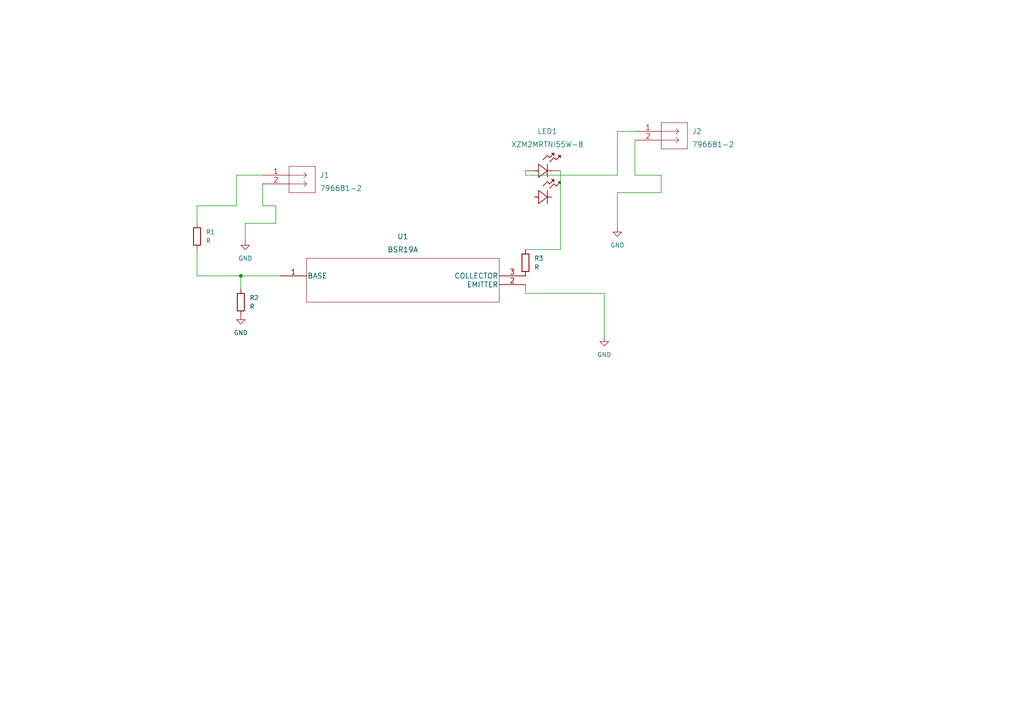
<source format=kicad_sch>
(kicad_sch (version 20211123) (generator eeschema)

  (uuid ed71a276-64bd-40f9-9e3a-722ad61e5ee7)

  (paper "A4")

  (lib_symbols
    (symbol "Device:R" (pin_numbers hide) (pin_names (offset 0)) (in_bom yes) (on_board yes)
      (property "Reference" "R" (id 0) (at 2.032 0 90)
        (effects (font (size 1.27 1.27)))
      )
      (property "Value" "R" (id 1) (at 0 0 90)
        (effects (font (size 1.27 1.27)))
      )
      (property "Footprint" "" (id 2) (at -1.778 0 90)
        (effects (font (size 1.27 1.27)) hide)
      )
      (property "Datasheet" "~" (id 3) (at 0 0 0)
        (effects (font (size 1.27 1.27)) hide)
      )
      (property "ki_keywords" "R res resistor" (id 4) (at 0 0 0)
        (effects (font (size 1.27 1.27)) hide)
      )
      (property "ki_description" "Resistor" (id 5) (at 0 0 0)
        (effects (font (size 1.27 1.27)) hide)
      )
      (property "ki_fp_filters" "R_*" (id 6) (at 0 0 0)
        (effects (font (size 1.27 1.27)) hide)
      )
      (symbol "R_0_1"
        (rectangle (start -1.016 -2.54) (end 1.016 2.54)
          (stroke (width 0.254) (type default) (color 0 0 0 0))
          (fill (type none))
        )
      )
      (symbol "R_1_1"
        (pin passive line (at 0 3.81 270) (length 1.27)
          (name "~" (effects (font (size 1.27 1.27))))
          (number "1" (effects (font (size 1.27 1.27))))
        )
        (pin passive line (at 0 -3.81 90) (length 1.27)
          (name "~" (effects (font (size 1.27 1.27))))
          (number "2" (effects (font (size 1.27 1.27))))
        )
      )
    )
    (symbol "OFA LED:XZM2MRTNI55W-8" (pin_numbers hide) (pin_names hide) (in_bom yes) (on_board yes)
      (property "Reference" "LED" (id 0) (at 5.08 -13.589 0)
        (effects (font (size 1.524 1.524)))
      )
      (property "Value" "XZM2MRTNI55W-8" (id 1) (at 5.08 -7.62 0)
        (effects (font (size 1.524 1.524)))
      )
      (property "Footprint" "LED_XZM2MRTNI55W-8_SLD" (id 2) (at 5.08 -9.144 0)
        (effects (font (size 1.524 1.524)) hide)
      )
      (property "Datasheet" "" (id 3) (at 0 0 0)
        (effects (font (size 1.524 1.524)))
      )
      (property "ki_locked" "" (id 4) (at 0 0 0)
        (effects (font (size 1.27 1.27)))
      )
      (property "ki_fp_filters" "LED_XZM2MRTNI55W-8_SLD LED_XZM2MRTNI55W-8_SLD-M LED_XZM2MRTNI55W-8_SLD-L" (id 5) (at 0 0 0)
        (effects (font (size 1.27 1.27)) hide)
      )
      (symbol "XZM2MRTNI55W-8_1_1"
        (polyline
          (pts
            (xy 2.54 -7.62)
            (xy 3.4798 -7.62)
          )
          (stroke (width 0.2032) (type default) (color 0 0 0 0))
          (fill (type none))
        )
        (polyline
          (pts
            (xy 2.54 0)
            (xy 3.4798 0)
          )
          (stroke (width 0.2032) (type default) (color 0 0 0 0))
          (fill (type none))
        )
        (polyline
          (pts
            (xy 3.175 -7.62)
            (xy 3.81 -7.62)
          )
          (stroke (width 0.2032) (type default) (color 0 0 0 0))
          (fill (type none))
        )
        (polyline
          (pts
            (xy 3.175 0)
            (xy 3.81 0)
          )
          (stroke (width 0.2032) (type default) (color 0 0 0 0))
          (fill (type none))
        )
        (polyline
          (pts
            (xy 3.81 -9.525)
            (xy 6.35 -7.62)
          )
          (stroke (width 0.2032) (type default) (color 0 0 0 0))
          (fill (type none))
        )
        (polyline
          (pts
            (xy 3.81 -5.715)
            (xy 3.81 -9.525)
          )
          (stroke (width 0.2032) (type default) (color 0 0 0 0))
          (fill (type none))
        )
        (polyline
          (pts
            (xy 3.81 -1.905)
            (xy 6.35 0)
          )
          (stroke (width 0.2032) (type default) (color 0 0 0 0))
          (fill (type none))
        )
        (polyline
          (pts
            (xy 3.81 1.905)
            (xy 3.81 -1.905)
          )
          (stroke (width 0.2032) (type default) (color 0 0 0 0))
          (fill (type none))
        )
        (polyline
          (pts
            (xy 5.08 -4.445)
            (xy 6.35 -3.175)
          )
          (stroke (width 0.2032) (type default) (color 0 0 0 0))
          (fill (type none))
        )
        (polyline
          (pts
            (xy 5.08 3.175)
            (xy 6.35 4.445)
          )
          (stroke (width 0.2032) (type default) (color 0 0 0 0))
          (fill (type none))
        )
        (polyline
          (pts
            (xy 6.35 -9.525)
            (xy 6.35 -5.715)
          )
          (stroke (width 0.2032) (type default) (color 0 0 0 0))
          (fill (type none))
        )
        (polyline
          (pts
            (xy 6.35 -7.62)
            (xy 3.81 -5.715)
          )
          (stroke (width 0.2032) (type default) (color 0 0 0 0))
          (fill (type none))
        )
        (polyline
          (pts
            (xy 6.35 -7.62)
            (xy 7.62 -7.62)
          )
          (stroke (width 0.2032) (type default) (color 0 0 0 0))
          (fill (type none))
        )
        (polyline
          (pts
            (xy 6.35 -3.175)
            (xy 6.985 -3.81)
          )
          (stroke (width 0.2032) (type default) (color 0 0 0 0))
          (fill (type none))
        )
        (polyline
          (pts
            (xy 6.35 -1.905)
            (xy 6.35 1.905)
          )
          (stroke (width 0.2032) (type default) (color 0 0 0 0))
          (fill (type none))
        )
        (polyline
          (pts
            (xy 6.35 0)
            (xy 3.81 1.905)
          )
          (stroke (width 0.2032) (type default) (color 0 0 0 0))
          (fill (type none))
        )
        (polyline
          (pts
            (xy 6.35 0)
            (xy 7.62 0)
          )
          (stroke (width 0.2032) (type default) (color 0 0 0 0))
          (fill (type none))
        )
        (polyline
          (pts
            (xy 6.35 4.445)
            (xy 6.985 3.81)
          )
          (stroke (width 0.2032) (type default) (color 0 0 0 0))
          (fill (type none))
        )
        (polyline
          (pts
            (xy 6.985 -5.08)
            (xy 8.255 -3.81)
          )
          (stroke (width 0.2032) (type default) (color 0 0 0 0))
          (fill (type none))
        )
        (polyline
          (pts
            (xy 6.985 -3.81)
            (xy 8.255 -2.54)
          )
          (stroke (width 0.2032) (type default) (color 0 0 0 0))
          (fill (type none))
        )
        (polyline
          (pts
            (xy 6.985 2.54)
            (xy 8.255 3.81)
          )
          (stroke (width 0.2032) (type default) (color 0 0 0 0))
          (fill (type none))
        )
        (polyline
          (pts
            (xy 6.985 3.81)
            (xy 8.255 5.08)
          )
          (stroke (width 0.2032) (type default) (color 0 0 0 0))
          (fill (type none))
        )
        (polyline
          (pts
            (xy 7.62 -2.54)
            (xy 8.255 -3.175)
          )
          (stroke (width 0.2032) (type default) (color 0 0 0 0))
          (fill (type none))
        )
        (polyline
          (pts
            (xy 7.62 5.08)
            (xy 8.255 4.445)
          )
          (stroke (width 0.2032) (type default) (color 0 0 0 0))
          (fill (type none))
        )
        (polyline
          (pts
            (xy 8.255 -3.81)
            (xy 8.89 -4.445)
          )
          (stroke (width 0.2032) (type default) (color 0 0 0 0))
          (fill (type none))
        )
        (polyline
          (pts
            (xy 8.255 -3.175)
            (xy 8.255 -2.54)
          )
          (stroke (width 0.2032) (type default) (color 0 0 0 0))
          (fill (type none))
        )
        (polyline
          (pts
            (xy 8.255 -2.54)
            (xy 7.62 -2.54)
          )
          (stroke (width 0.2032) (type default) (color 0 0 0 0))
          (fill (type none))
        )
        (polyline
          (pts
            (xy 8.255 3.81)
            (xy 8.89 3.175)
          )
          (stroke (width 0.2032) (type default) (color 0 0 0 0))
          (fill (type none))
        )
        (polyline
          (pts
            (xy 8.255 4.445)
            (xy 8.255 5.08)
          )
          (stroke (width 0.2032) (type default) (color 0 0 0 0))
          (fill (type none))
        )
        (polyline
          (pts
            (xy 8.255 5.08)
            (xy 7.62 5.08)
          )
          (stroke (width 0.2032) (type default) (color 0 0 0 0))
          (fill (type none))
        )
        (polyline
          (pts
            (xy 8.89 -4.445)
            (xy 10.16 -3.175)
          )
          (stroke (width 0.2032) (type default) (color 0 0 0 0))
          (fill (type none))
        )
        (polyline
          (pts
            (xy 8.89 3.175)
            (xy 10.16 4.445)
          )
          (stroke (width 0.2032) (type default) (color 0 0 0 0))
          (fill (type none))
        )
        (polyline
          (pts
            (xy 9.525 -3.175)
            (xy 10.16 -3.81)
          )
          (stroke (width 0.2032) (type default) (color 0 0 0 0))
          (fill (type none))
        )
        (polyline
          (pts
            (xy 9.525 4.445)
            (xy 10.16 3.81)
          )
          (stroke (width 0.2032) (type default) (color 0 0 0 0))
          (fill (type none))
        )
        (polyline
          (pts
            (xy 10.16 -3.81)
            (xy 10.16 -3.175)
          )
          (stroke (width 0.2032) (type default) (color 0 0 0 0))
          (fill (type none))
        )
        (polyline
          (pts
            (xy 10.16 -3.175)
            (xy 9.525 -3.175)
          )
          (stroke (width 0.2032) (type default) (color 0 0 0 0))
          (fill (type none))
        )
        (polyline
          (pts
            (xy 10.16 3.81)
            (xy 10.16 4.445)
          )
          (stroke (width 0.2032) (type default) (color 0 0 0 0))
          (fill (type none))
        )
        (polyline
          (pts
            (xy 10.16 4.445)
            (xy 9.525 4.445)
          )
          (stroke (width 0.2032) (type default) (color 0 0 0 0))
          (fill (type none))
        )
        (pin unspecified line (at 10.16 0 180) (length 2.54)
          (name "1" (effects (font (size 1.4986 1.4986))))
          (number "1" (effects (font (size 1.4986 1.4986))))
        )
        (pin unspecified line (at 0 0 0) (length 2.54)
          (name "2" (effects (font (size 1.4986 1.4986))))
          (number "2" (effects (font (size 1.4986 1.4986))))
        )
      )
    )
    (symbol "OFATransistor:BSR19A" (pin_names (offset 0.254)) (in_bom yes) (on_board yes)
      (property "Reference" "U" (id 0) (at 35.56 10.16 0)
        (effects (font (size 1.524 1.524)))
      )
      (property "Value" "BSR19A" (id 1) (at 35.56 7.62 0)
        (effects (font (size 1.524 1.524)))
      )
      (property "Footprint" "SOT23_NXP" (id 2) (at 35.56 6.096 0)
        (effects (font (size 1.524 1.524)) hide)
      )
      (property "Datasheet" "" (id 3) (at 0 0 0)
        (effects (font (size 1.524 1.524)))
      )
      (property "ki_locked" "" (id 4) (at 0 0 0)
        (effects (font (size 1.27 1.27)))
      )
      (property "ki_fp_filters" "SOT23_NXP SOT23_NXP-M SOT23_NXP-L" (id 5) (at 0 0 0)
        (effects (font (size 1.27 1.27)) hide)
      )
      (symbol "BSR19A_1_1"
        (polyline
          (pts
            (xy 7.62 -7.62)
            (xy 63.5 -7.62)
          )
          (stroke (width 0.127) (type default) (color 0 0 0 0))
          (fill (type none))
        )
        (polyline
          (pts
            (xy 7.62 5.08)
            (xy 7.62 -7.62)
          )
          (stroke (width 0.127) (type default) (color 0 0 0 0))
          (fill (type none))
        )
        (polyline
          (pts
            (xy 63.5 -7.62)
            (xy 63.5 5.08)
          )
          (stroke (width 0.127) (type default) (color 0 0 0 0))
          (fill (type none))
        )
        (polyline
          (pts
            (xy 63.5 5.08)
            (xy 7.62 5.08)
          )
          (stroke (width 0.127) (type default) (color 0 0 0 0))
          (fill (type none))
        )
        (pin unspecified line (at 0 0 0) (length 7.62)
          (name "BASE" (effects (font (size 1.4986 1.4986))))
          (number "1" (effects (font (size 1.4986 1.4986))))
        )
        (pin unspecified line (at 71.12 -2.54 180) (length 7.62)
          (name "EMITTER" (effects (font (size 1.4986 1.4986))))
          (number "2" (effects (font (size 1.4986 1.4986))))
        )
        (pin unspecified line (at 71.12 0 180) (length 7.62)
          (name "COLLECTOR" (effects (font (size 1.4986 1.4986))))
          (number "3" (effects (font (size 1.4986 1.4986))))
        )
      )
    )
    (symbol "Terminal Block:796681-2" (pin_names (offset 0.254) hide) (in_bom yes) (on_board yes)
      (property "Reference" "J" (id 0) (at 10.16 5.08 0)
        (effects (font (size 1.524 1.524)))
      )
      (property "Value" "796681-2" (id 1) (at 0 0 0)
        (effects (font (size 1.524 1.524)))
      )
      (property "Footprint" "CONN2_796681-2_TEC" (id 2) (at 0 0 0)
        (effects (font (size 1.524 1.524)) hide)
      )
      (property "Datasheet" "" (id 3) (at 0 0 0)
        (effects (font (size 1.524 1.524)))
      )
      (property "ki_locked" "" (id 4) (at 0 0 0)
        (effects (font (size 1.27 1.27)))
      )
      (property "ki_fp_filters" "CONN2_796681-2_TEC" (id 5) (at 0 0 0)
        (effects (font (size 1.27 1.27)) hide)
      )
      (symbol "796681-2_1_1"
        (polyline
          (pts
            (xy 7.62 -5.08)
            (xy 15.24 -5.08)
          )
          (stroke (width 0.127) (type default) (color 0 0 0 0))
          (fill (type none))
        )
        (polyline
          (pts
            (xy 7.62 -2.54)
            (xy 12.7 -2.54)
          )
          (stroke (width 0.127) (type default) (color 0 0 0 0))
          (fill (type none))
        )
        (polyline
          (pts
            (xy 7.62 0)
            (xy 12.7 0)
          )
          (stroke (width 0.127) (type default) (color 0 0 0 0))
          (fill (type none))
        )
        (polyline
          (pts
            (xy 7.62 2.54)
            (xy 7.62 -5.08)
          )
          (stroke (width 0.127) (type default) (color 0 0 0 0))
          (fill (type none))
        )
        (polyline
          (pts
            (xy 12.7 -2.54)
            (xy 11.938 -3.302)
          )
          (stroke (width 0.127) (type default) (color 0 0 0 0))
          (fill (type none))
        )
        (polyline
          (pts
            (xy 12.7 -2.54)
            (xy 11.938 -1.778)
          )
          (stroke (width 0.127) (type default) (color 0 0 0 0))
          (fill (type none))
        )
        (polyline
          (pts
            (xy 12.7 0)
            (xy 11.938 -0.762)
          )
          (stroke (width 0.127) (type default) (color 0 0 0 0))
          (fill (type none))
        )
        (polyline
          (pts
            (xy 12.7 0)
            (xy 11.938 0.762)
          )
          (stroke (width 0.127) (type default) (color 0 0 0 0))
          (fill (type none))
        )
        (polyline
          (pts
            (xy 15.24 -5.08)
            (xy 15.24 2.54)
          )
          (stroke (width 0.127) (type default) (color 0 0 0 0))
          (fill (type none))
        )
        (polyline
          (pts
            (xy 15.24 2.54)
            (xy 7.62 2.54)
          )
          (stroke (width 0.127) (type default) (color 0 0 0 0))
          (fill (type none))
        )
        (pin unspecified line (at 0 0 0) (length 7.62)
          (name "1" (effects (font (size 1.4986 1.4986))))
          (number "1" (effects (font (size 1.4986 1.4986))))
        )
        (pin unspecified line (at 0 -2.54 0) (length 7.62)
          (name "2" (effects (font (size 1.4986 1.4986))))
          (number "2" (effects (font (size 1.4986 1.4986))))
        )
      )
    )
    (symbol "power:GND" (power) (pin_names (offset 0)) (in_bom yes) (on_board yes)
      (property "Reference" "#PWR" (id 0) (at 0 -6.35 0)
        (effects (font (size 1.27 1.27)) hide)
      )
      (property "Value" "GND" (id 1) (at 0 -3.81 0)
        (effects (font (size 1.27 1.27)))
      )
      (property "Footprint" "" (id 2) (at 0 0 0)
        (effects (font (size 1.27 1.27)) hide)
      )
      (property "Datasheet" "" (id 3) (at 0 0 0)
        (effects (font (size 1.27 1.27)) hide)
      )
      (property "ki_keywords" "power-flag" (id 4) (at 0 0 0)
        (effects (font (size 1.27 1.27)) hide)
      )
      (property "ki_description" "Power symbol creates a global label with name \"GND\" , ground" (id 5) (at 0 0 0)
        (effects (font (size 1.27 1.27)) hide)
      )
      (symbol "GND_0_1"
        (polyline
          (pts
            (xy 0 0)
            (xy 0 -1.27)
            (xy 1.27 -1.27)
            (xy 0 -2.54)
            (xy -1.27 -1.27)
            (xy 0 -1.27)
          )
          (stroke (width 0) (type default) (color 0 0 0 0))
          (fill (type none))
        )
      )
      (symbol "GND_1_1"
        (pin power_in line (at 0 0 270) (length 0) hide
          (name "GND" (effects (font (size 1.27 1.27))))
          (number "1" (effects (font (size 1.27 1.27))))
        )
      )
    )
  )

  (junction (at 69.85 80.01) (diameter 0) (color 0 0 0 0)
    (uuid 95570ea1-ef3c-4dec-b64a-976de11271bf)
  )

  (wire (pts (xy 71.12 64.77) (xy 71.12 69.85))
    (stroke (width 0) (type default) (color 0 0 0 0))
    (uuid 05162860-8c76-4681-b9ca-6098b6b415e5)
  )
  (wire (pts (xy 179.07 38.1) (xy 184.15 38.1))
    (stroke (width 0) (type default) (color 0 0 0 0))
    (uuid 0a1a739a-9141-444e-b557-6846d7036e83)
  )
  (wire (pts (xy 184.15 50.8) (xy 184.15 40.64))
    (stroke (width 0) (type default) (color 0 0 0 0))
    (uuid 0bc00300-b9c4-4dc9-ab22-da07416f17e3)
  )
  (wire (pts (xy 179.07 50.8) (xy 179.07 38.1))
    (stroke (width 0) (type default) (color 0 0 0 0))
    (uuid 26c72310-10df-47ce-a330-8b1b25f1fedc)
  )
  (wire (pts (xy 57.15 72.39) (xy 57.15 80.01))
    (stroke (width 0) (type default) (color 0 0 0 0))
    (uuid 3e383d68-3ce9-474c-84bb-ae5f7faa0885)
  )
  (wire (pts (xy 68.58 59.69) (xy 68.58 50.8))
    (stroke (width 0) (type default) (color 0 0 0 0))
    (uuid 3feb5c94-32a6-4ab4-bee0-e8ff5548ba54)
  )
  (wire (pts (xy 152.4 85.09) (xy 152.4 82.55))
    (stroke (width 0) (type default) (color 0 0 0 0))
    (uuid 564a9223-e2e0-490e-bddd-b6630e4573aa)
  )
  (wire (pts (xy 175.26 85.09) (xy 175.26 97.79))
    (stroke (width 0) (type default) (color 0 0 0 0))
    (uuid 6c13ac3f-b3b4-482a-9f7b-2f73d044c447)
  )
  (wire (pts (xy 191.77 50.8) (xy 191.77 55.88))
    (stroke (width 0) (type default) (color 0 0 0 0))
    (uuid 6c2f7931-fbbe-4c4f-b74f-91a916bf6271)
  )
  (wire (pts (xy 57.15 59.69) (xy 57.15 64.77))
    (stroke (width 0) (type default) (color 0 0 0 0))
    (uuid 75d2e0d4-88a0-4b9e-b011-8ba5cbb62bc0)
  )
  (wire (pts (xy 152.4 50.8) (xy 179.07 50.8))
    (stroke (width 0) (type default) (color 0 0 0 0))
    (uuid 7a8dcc96-3e90-405b-a813-d1d35fa7aad7)
  )
  (wire (pts (xy 191.77 55.88) (xy 179.07 55.88))
    (stroke (width 0) (type default) (color 0 0 0 0))
    (uuid 7d49ecc8-cc5b-499b-9232-cfe2eed8de40)
  )
  (wire (pts (xy 57.15 80.01) (xy 69.85 80.01))
    (stroke (width 0) (type default) (color 0 0 0 0))
    (uuid 88f4a653-3676-4965-8bf1-9a47cd427dfc)
  )
  (wire (pts (xy 76.2 59.69) (xy 76.2 53.34))
    (stroke (width 0) (type default) (color 0 0 0 0))
    (uuid 964ba95e-277a-4bd9-90a7-21b85ed33592)
  )
  (wire (pts (xy 175.26 85.09) (xy 152.4 85.09))
    (stroke (width 0) (type default) (color 0 0 0 0))
    (uuid 9709f84b-9f19-406e-91f1-30324609387c)
  )
  (wire (pts (xy 57.15 59.69) (xy 68.58 59.69))
    (stroke (width 0) (type default) (color 0 0 0 0))
    (uuid 9b818003-c17b-4571-97e3-81f0fa9b62ba)
  )
  (wire (pts (xy 80.01 59.69) (xy 76.2 59.69))
    (stroke (width 0) (type default) (color 0 0 0 0))
    (uuid a1d8887a-7f52-4a79-aaad-e03fb657ba5b)
  )
  (wire (pts (xy 69.85 80.01) (xy 81.28 80.01))
    (stroke (width 0) (type default) (color 0 0 0 0))
    (uuid ce4ac657-0d3d-4516-8eb3-381100a027fd)
  )
  (wire (pts (xy 69.85 80.01) (xy 69.85 83.82))
    (stroke (width 0) (type default) (color 0 0 0 0))
    (uuid d18e0bbc-a101-4582-af33-ffaae8cc4e9c)
  )
  (wire (pts (xy 191.77 50.8) (xy 184.15 50.8))
    (stroke (width 0) (type default) (color 0 0 0 0))
    (uuid deb47b39-7d26-4641-9d94-59100ad2573d)
  )
  (wire (pts (xy 152.4 50.8) (xy 152.4 49.53))
    (stroke (width 0) (type default) (color 0 0 0 0))
    (uuid e7c6a78f-1a36-4dd9-ae67-f1ca5be8fb18)
  )
  (wire (pts (xy 162.56 49.53) (xy 162.56 72.39))
    (stroke (width 0) (type default) (color 0 0 0 0))
    (uuid ec5fdb12-4c30-4b5c-afb2-d0ad4ef55d0b)
  )
  (wire (pts (xy 162.56 72.39) (xy 152.4 72.39))
    (stroke (width 0) (type default) (color 0 0 0 0))
    (uuid ecd830f8-404c-44ff-a235-0ed18d7066f4)
  )
  (wire (pts (xy 71.12 64.77) (xy 80.01 64.77))
    (stroke (width 0) (type default) (color 0 0 0 0))
    (uuid f400a374-825a-4bcd-8fdf-1c716f0818f8)
  )
  (wire (pts (xy 80.01 64.77) (xy 80.01 59.69))
    (stroke (width 0) (type default) (color 0 0 0 0))
    (uuid f410a82d-edff-4ac8-9c04-dc4c82427f0c)
  )
  (wire (pts (xy 68.58 50.8) (xy 76.2 50.8))
    (stroke (width 0) (type default) (color 0 0 0 0))
    (uuid fcae7b85-674a-40eb-bacb-6370942c262a)
  )
  (wire (pts (xy 179.07 55.88) (xy 179.07 66.04))
    (stroke (width 0) (type default) (color 0 0 0 0))
    (uuid fe5194ad-fbc8-4011-bc5e-767edf5591fa)
  )

  (symbol (lib_id "Terminal Block:796681-2") (at 76.2 50.8 0) (unit 1)
    (in_bom yes) (on_board yes) (fields_autoplaced)
    (uuid 091af5e6-3d3f-4ddb-a079-5410e6775f80)
    (property "Reference" "J1" (id 0) (at 92.71 50.8 0)
      (effects (font (size 1.524 1.524)) (justify left))
    )
    (property "Value" "796681-2" (id 1) (at 92.71 54.61 0)
      (effects (font (size 1.524 1.524)) (justify left))
    )
    (property "Footprint" "shoulderprint:796681-2" (id 2) (at 76.2 50.8 0)
      (effects (font (size 1.524 1.524)) hide)
    )
    (property "Datasheet" "" (id 3) (at 76.2 50.8 0)
      (effects (font (size 1.524 1.524)))
    )
    (pin "1" (uuid b8397fb9-369d-4206-b8f8-6987fa519205))
    (pin "2" (uuid c3becece-eafe-4ba9-b285-bac7d07d75d7))
  )

  (symbol (lib_id "Device:R") (at 69.85 87.63 0) (unit 1)
    (in_bom yes) (on_board yes) (fields_autoplaced)
    (uuid 25551db3-e6d2-414b-abb0-25684c546d2c)
    (property "Reference" "R2" (id 0) (at 72.39 86.3599 0)
      (effects (font (size 1.27 1.27)) (justify left))
    )
    (property "Value" "R" (id 1) (at 72.39 88.8999 0)
      (effects (font (size 1.27 1.27)) (justify left))
    )
    (property "Footprint" "Resistor_SMD:R_01005_0402Metric_Pad0.57x0.30mm_HandSolder" (id 2) (at 68.072 87.63 90)
      (effects (font (size 1.27 1.27)) hide)
    )
    (property "Datasheet" "~" (id 3) (at 69.85 87.63 0)
      (effects (font (size 1.27 1.27)) hide)
    )
    (pin "1" (uuid 469973dd-a2e9-4f89-b269-5c17b7ca29c4))
    (pin "2" (uuid 759c3c2a-a85f-4b19-b792-f7fb09528303))
  )

  (symbol (lib_id "power:GND") (at 69.85 91.44 0) (unit 1)
    (in_bom yes) (on_board yes) (fields_autoplaced)
    (uuid 2a5525e9-a727-43f9-895f-d2b30af431a6)
    (property "Reference" "#PWR0102" (id 0) (at 69.85 97.79 0)
      (effects (font (size 1.27 1.27)) hide)
    )
    (property "Value" "GND" (id 1) (at 69.85 96.52 0))
    (property "Footprint" "" (id 2) (at 69.85 91.44 0)
      (effects (font (size 1.27 1.27)) hide)
    )
    (property "Datasheet" "" (id 3) (at 69.85 91.44 0)
      (effects (font (size 1.27 1.27)) hide)
    )
    (pin "1" (uuid e05a7e41-c362-4349-b0a2-f831449144a7))
  )

  (symbol (lib_id "power:GND") (at 175.26 97.79 0) (unit 1)
    (in_bom yes) (on_board yes) (fields_autoplaced)
    (uuid 36211a99-324b-4708-ba05-ec44cc5c1374)
    (property "Reference" "#PWR0103" (id 0) (at 175.26 104.14 0)
      (effects (font (size 1.27 1.27)) hide)
    )
    (property "Value" "GND" (id 1) (at 175.26 102.87 0))
    (property "Footprint" "" (id 2) (at 175.26 97.79 0)
      (effects (font (size 1.27 1.27)) hide)
    )
    (property "Datasheet" "" (id 3) (at 175.26 97.79 0)
      (effects (font (size 1.27 1.27)) hide)
    )
    (pin "1" (uuid 35530cd0-3495-4667-9987-c18efbaa9651))
  )

  (symbol (lib_id "OFA LED:XZM2MRTNI55W-8") (at 152.4 49.53 0) (unit 1)
    (in_bom yes) (on_board yes) (fields_autoplaced)
    (uuid 36605e60-7317-412c-8863-060ef314790f)
    (property "Reference" "LED1" (id 0) (at 158.75 38.1 0)
      (effects (font (size 1.524 1.524)))
    )
    (property "Value" "XZM2MRTNI55W-8" (id 1) (at 158.75 41.91 0)
      (effects (font (size 1.524 1.524)))
    )
    (property "Footprint" "handprint:XZM2MRTNI55W-8" (id 2) (at 157.48 58.674 0)
      (effects (font (size 1.524 1.524)) hide)
    )
    (property "Datasheet" "" (id 3) (at 152.4 49.53 0)
      (effects (font (size 1.524 1.524)))
    )
    (pin "1" (uuid f9894939-b7ac-4144-8e77-cea84362f0e6))
    (pin "2" (uuid d0949813-f3c7-4346-8f93-0bee39fc539e))
  )

  (symbol (lib_id "power:GND") (at 71.12 69.85 0) (unit 1)
    (in_bom yes) (on_board yes) (fields_autoplaced)
    (uuid 4819a33a-8da5-457e-b8d7-2d4a64ec73cc)
    (property "Reference" "#PWR0101" (id 0) (at 71.12 76.2 0)
      (effects (font (size 1.27 1.27)) hide)
    )
    (property "Value" "GND" (id 1) (at 71.12 74.93 0))
    (property "Footprint" "" (id 2) (at 71.12 69.85 0)
      (effects (font (size 1.27 1.27)) hide)
    )
    (property "Datasheet" "" (id 3) (at 71.12 69.85 0)
      (effects (font (size 1.27 1.27)) hide)
    )
    (pin "1" (uuid a41203bf-05ad-4384-b0b8-ed93e90cf48d))
  )

  (symbol (lib_id "Device:R") (at 57.15 68.58 0) (unit 1)
    (in_bom yes) (on_board yes) (fields_autoplaced)
    (uuid 4e02337b-8724-4df4-bd1a-abc0b970cdce)
    (property "Reference" "R1" (id 0) (at 59.69 67.3099 0)
      (effects (font (size 1.27 1.27)) (justify left))
    )
    (property "Value" "R" (id 1) (at 59.69 69.8499 0)
      (effects (font (size 1.27 1.27)) (justify left))
    )
    (property "Footprint" "Resistor_SMD:R_01005_0402Metric_Pad0.57x0.30mm_HandSolder" (id 2) (at 55.372 68.58 90)
      (effects (font (size 1.27 1.27)) hide)
    )
    (property "Datasheet" "~" (id 3) (at 57.15 68.58 0)
      (effects (font (size 1.27 1.27)) hide)
    )
    (pin "1" (uuid a8fe0343-b03b-4df5-96f6-7d0ed5a69042))
    (pin "2" (uuid 3479dd9e-2525-4bc4-b55a-5a4135a53905))
  )

  (symbol (lib_id "OFATransistor:BSR19A") (at 81.28 80.01 0) (unit 1)
    (in_bom yes) (on_board yes) (fields_autoplaced)
    (uuid 57dffc5a-ce8a-4f5d-b38d-65b82ac89d79)
    (property "Reference" "U1" (id 0) (at 116.84 68.58 0)
      (effects (font (size 1.524 1.524)))
    )
    (property "Value" "BSR19A" (id 1) (at 116.84 72.39 0)
      (effects (font (size 1.524 1.524)))
    )
    (property "Footprint" "footprints:BSR19A" (id 2) (at 116.84 73.914 0)
      (effects (font (size 1.524 1.524)) hide)
    )
    (property "Datasheet" "" (id 3) (at 81.28 80.01 0)
      (effects (font (size 1.524 1.524)))
    )
    (pin "1" (uuid def50acf-2a7b-4615-b577-3a7ff0ae5e46))
    (pin "2" (uuid a4ca620e-7497-4d82-97f5-ff60a8af37e4))
    (pin "3" (uuid 01ca1335-da3f-4c33-b452-1341c45e5293))
  )

  (symbol (lib_id "Terminal Block:796681-2") (at 184.15 38.1 0) (unit 1)
    (in_bom yes) (on_board yes) (fields_autoplaced)
    (uuid ab564acc-2c74-4553-ae64-1ac8b822486b)
    (property "Reference" "J2" (id 0) (at 200.66 38.1 0)
      (effects (font (size 1.524 1.524)) (justify left))
    )
    (property "Value" "796681-2" (id 1) (at 200.66 41.91 0)
      (effects (font (size 1.524 1.524)) (justify left))
    )
    (property "Footprint" "shoulderprint:796681-2" (id 2) (at 184.15 38.1 0)
      (effects (font (size 1.524 1.524)) hide)
    )
    (property "Datasheet" "" (id 3) (at 184.15 38.1 0)
      (effects (font (size 1.524 1.524)))
    )
    (pin "1" (uuid 37f8bb7d-7424-476e-ac5a-d939fd42a788))
    (pin "2" (uuid da0ec2a8-b6ee-4b9a-89be-f0275959d59d))
  )

  (symbol (lib_id "Device:R") (at 152.4 76.2 0) (unit 1)
    (in_bom yes) (on_board yes) (fields_autoplaced)
    (uuid b8c066bb-3330-4b45-b8e1-284471fb85f3)
    (property "Reference" "R3" (id 0) (at 154.94 74.9299 0)
      (effects (font (size 1.27 1.27)) (justify left))
    )
    (property "Value" "R" (id 1) (at 154.94 77.4699 0)
      (effects (font (size 1.27 1.27)) (justify left))
    )
    (property "Footprint" "Resistor_SMD:R_01005_0402Metric_Pad0.57x0.30mm_HandSolder" (id 2) (at 150.622 76.2 90)
      (effects (font (size 1.27 1.27)) hide)
    )
    (property "Datasheet" "~" (id 3) (at 152.4 76.2 0)
      (effects (font (size 1.27 1.27)) hide)
    )
    (pin "1" (uuid 6f211c21-aafe-44af-b1d9-a126efeecbbe))
    (pin "2" (uuid 110c7e4f-ff70-4357-b1ac-0f4320fe6d2a))
  )

  (symbol (lib_id "power:GND") (at 179.07 66.04 0) (unit 1)
    (in_bom yes) (on_board yes) (fields_autoplaced)
    (uuid bc9138c6-6e54-491c-a2f9-f41b1124e1ab)
    (property "Reference" "#PWR0104" (id 0) (at 179.07 72.39 0)
      (effects (font (size 1.27 1.27)) hide)
    )
    (property "Value" "GND" (id 1) (at 179.07 71.12 0))
    (property "Footprint" "" (id 2) (at 179.07 66.04 0)
      (effects (font (size 1.27 1.27)) hide)
    )
    (property "Datasheet" "" (id 3) (at 179.07 66.04 0)
      (effects (font (size 1.27 1.27)) hide)
    )
    (pin "1" (uuid d46ead8d-caad-4dbd-a826-3476027e46c3))
  )

  (sheet_instances
    (path "/" (page "1"))
  )

  (symbol_instances
    (path "/4819a33a-8da5-457e-b8d7-2d4a64ec73cc"
      (reference "#PWR0101") (unit 1) (value "GND") (footprint "")
    )
    (path "/2a5525e9-a727-43f9-895f-d2b30af431a6"
      (reference "#PWR0102") (unit 1) (value "GND") (footprint "")
    )
    (path "/36211a99-324b-4708-ba05-ec44cc5c1374"
      (reference "#PWR0103") (unit 1) (value "GND") (footprint "")
    )
    (path "/bc9138c6-6e54-491c-a2f9-f41b1124e1ab"
      (reference "#PWR0104") (unit 1) (value "GND") (footprint "")
    )
    (path "/091af5e6-3d3f-4ddb-a079-5410e6775f80"
      (reference "J1") (unit 1) (value "796681-2") (footprint "shoulderprint:796681-2")
    )
    (path "/ab564acc-2c74-4553-ae64-1ac8b822486b"
      (reference "J2") (unit 1) (value "796681-2") (footprint "shoulderprint:796681-2")
    )
    (path "/36605e60-7317-412c-8863-060ef314790f"
      (reference "LED1") (unit 1) (value "XZM2MRTNI55W-8") (footprint "handprint:XZM2MRTNI55W-8")
    )
    (path "/4e02337b-8724-4df4-bd1a-abc0b970cdce"
      (reference "R1") (unit 1) (value "R") (footprint "Resistor_SMD:R_01005_0402Metric_Pad0.57x0.30mm_HandSolder")
    )
    (path "/25551db3-e6d2-414b-abb0-25684c546d2c"
      (reference "R2") (unit 1) (value "R") (footprint "Resistor_SMD:R_01005_0402Metric_Pad0.57x0.30mm_HandSolder")
    )
    (path "/b8c066bb-3330-4b45-b8e1-284471fb85f3"
      (reference "R3") (unit 1) (value "R") (footprint "Resistor_SMD:R_01005_0402Metric_Pad0.57x0.30mm_HandSolder")
    )
    (path "/57dffc5a-ce8a-4f5d-b38d-65b82ac89d79"
      (reference "U1") (unit 1) (value "BSR19A") (footprint "footprints:BSR19A")
    )
  )
)

</source>
